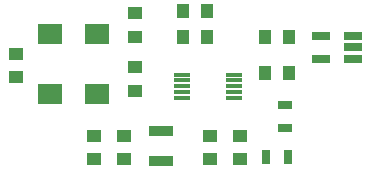
<source format=gtp>
G04 #@! TF.GenerationSoftware,KiCad,Pcbnew,(5.0.0-rc2-dev-444-g2974a2c10)*
G04 #@! TF.CreationDate,2019-07-21T13:12:54-07:00*
G04 #@! TF.ProjectId,Waveform_Generator,57617665666F726D5F47656E65726174,v01*
G04 #@! TF.SameCoordinates,Original*
G04 #@! TF.FileFunction,Paste,Top*
G04 #@! TF.FilePolarity,Positive*
%FSLAX46Y46*%
G04 Gerber Fmt 4.6, Leading zero omitted, Abs format (unit mm)*
G04 Created by KiCad (PCBNEW (5.0.0-rc2-dev-444-g2974a2c10)) date 07/21/19 13:12:54*
%MOMM*%
%LPD*%
G01*
G04 APERTURE LIST*
%ADD10R,1.000000X0.900000*%
%ADD11R,1.400000X0.300000*%
%ADD12R,2.000000X1.800000*%
%ADD13R,1.250000X1.000000*%
%ADD14R,1.000000X1.250000*%
%ADD15R,1.300000X0.700000*%
%ADD16R,0.700000X1.300000*%
%ADD17R,1.560000X0.650000*%
G04 APERTURE END LIST*
D10*
X123375000Y-111125000D03*
X122375000Y-111125000D03*
X123375000Y-113600000D03*
X122375000Y-113600000D03*
D11*
X129073000Y-106315000D03*
X129073000Y-106815000D03*
X129073000Y-107315000D03*
X129073000Y-107815000D03*
X129073000Y-108315000D03*
X124673000Y-108315000D03*
X124673000Y-107815000D03*
X124673000Y-107315000D03*
X124673000Y-106815000D03*
X124673000Y-106315000D03*
D12*
X117443000Y-102870000D03*
X117443000Y-107950000D03*
X113443000Y-107950000D03*
X113443000Y-102870000D03*
D13*
X120650000Y-103108000D03*
X120650000Y-101108000D03*
D14*
X124730000Y-100965000D03*
X126730000Y-100965000D03*
X126730000Y-103124000D03*
X124730000Y-103124000D03*
X133715000Y-106172000D03*
X131715000Y-106172000D03*
D13*
X110617000Y-106537000D03*
X110617000Y-104537000D03*
X119761000Y-111499000D03*
X119761000Y-113499000D03*
X129540000Y-113499000D03*
X129540000Y-111499000D03*
D14*
X131715000Y-103124000D03*
X133715000Y-103124000D03*
D13*
X120650000Y-107680000D03*
X120650000Y-105680000D03*
D15*
X133350000Y-108905000D03*
X133350000Y-110805000D03*
D16*
X133665000Y-113334000D03*
X131765000Y-113334000D03*
D13*
X127000000Y-113499000D03*
X127000000Y-111499000D03*
X117221000Y-113499000D03*
X117221000Y-111499000D03*
D17*
X136445000Y-104963000D03*
X136445000Y-103063000D03*
X139145000Y-103063000D03*
X139145000Y-104013000D03*
X139145000Y-104963000D03*
M02*

</source>
